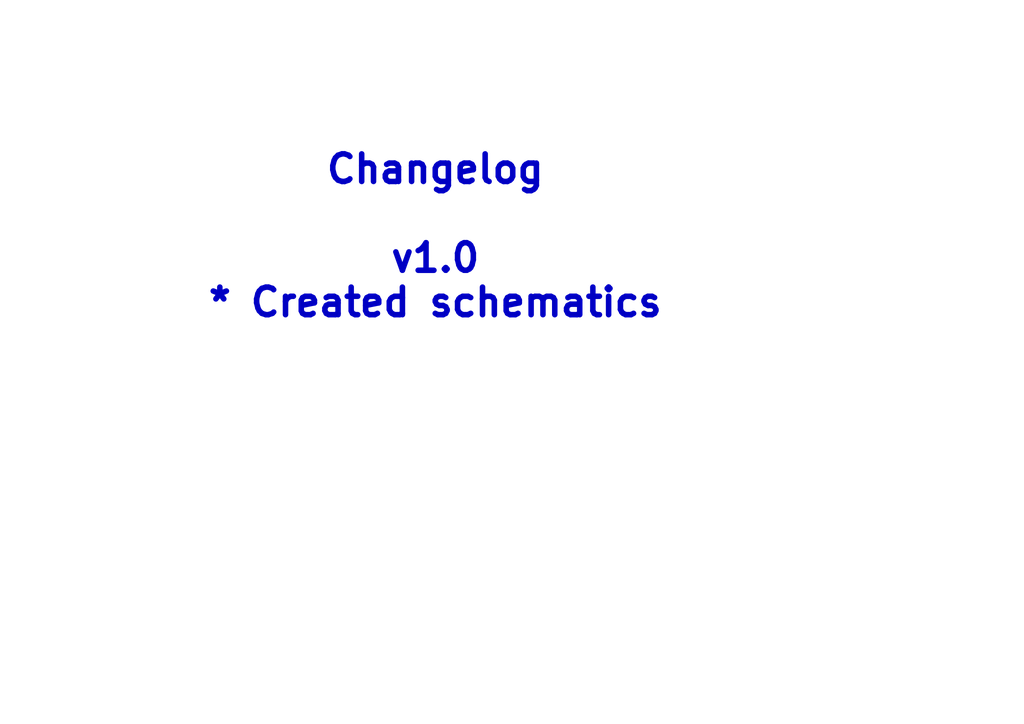
<source format=kicad_sch>
(kicad_sch (version 20250114) (generator "eeschema") (generator_version "9.0")
  (paper "A4")
  (title_block (title "Changelog") (date "2025-09-26") (rev "v1.0") (company "By Shrinath Nimare <shrinath.nimare@gmail.com>"))
  (lib_symbols
    (symbol "Mechanical:MountingHole" (pin_names (offset 1.016)) (in_bom no)
      (property "Reference" "H" (at 0 5.08 0))
      (property "Value" "MountingHole" (at 0 3.175 0))
      (symbol "MountingHole_0_1"
        (circle (center 0 0) (radius 1.27) (stroke (width 1.27)))
      )
    )
  )
  (text "Changelog\n\nv1.0\n* Created schematics" (at 126.238 68.58 0) (effects (font (size 8 8) (thickness 1.6) (bold yes))))
  (symbol (lib_id "Mechanical:MountingHole") (at -21.59 130.81 0) (unit 1) (in_bom no)
    (property "Reference" "H1" (at -19.05 129.5399 0) (effects (justify left)))
    (property "Value" "MountingHole" (at -19.05 132.0799 0) (effects (justify left)))
    (property "Footprint" "MountingHole:MountingHole_3.2mm_M3" (effects (hide yes)))
    (property "Description" "Mounting Hole without connection" (effects (hide yes)))
  )
  (symbol (lib_id "Mechanical:MountingHole") (at -21.59 137.16 0) (unit 1) (in_bom no)
    (property "Reference" "H2" (at -19.05 135.8899 0) (effects (justify left)))
    (property "Value" "MountingHole" (at -19.05 138.4299 0) (effects (justify left)))
    (property "Footprint" "MountingHole:MountingHole_3.2mm_M3" (effects (hide yes)))
    (property "Description" "Mounting Hole without connection" (effects (hide yes)))
  )
  (sheet (at -25.4 87.63) (size 12.7 3.81) (stroke (width 0.1524))
    (property "Sheetname" "MCU" (at -25.4 86.9184 0) (effects (justify left bottom)))
    (property "Sheetfile" "mcu.kicad_sch" (at -25.4 92.0246 0) (effects (justify left top)))
  )
  (sheet (at -25.4 101.6) (size 12.7 3.81) (stroke (width 0.1524))
    (property "Sheetname" "Sensors" (at -25.4 100.8884 0) (effects (justify left bottom)))
    (property "Sheetfile" "sensors.kicad_sch" (at -25.4 105.9946 0) (effects (justify left top)))
  )
  (sheet (at -25.4 114.3) (size 12.7 3.81) (stroke (width 0.1524))
    (property "Sheetname" "Power" (at -25.4 113.5884 0) (effects (justify left bottom)))
    (property "Sheetfile" "power.kicad_sch" (at -25.4 118.6946 0) (effects (justify left top)))
  )
)
</source>
